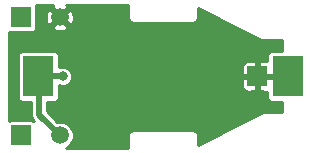
<source format=gbr>
%TF.GenerationSoftware,KiCad,Pcbnew,(5.1.6)-1*%
%TF.CreationDate,2022-09-21T11:03:18-04:00*%
%TF.ProjectId,Amiga-CR1220,416d6967-612d-4435-9231-3232302e6b69,rev?*%
%TF.SameCoordinates,Original*%
%TF.FileFunction,Copper,L1,Top*%
%TF.FilePolarity,Positive*%
%FSLAX46Y46*%
G04 Gerber Fmt 4.6, Leading zero omitted, Abs format (unit mm)*
G04 Created by KiCad (PCBNEW (5.1.6)-1) date 2022-09-21 11:03:18*
%MOMM*%
%LPD*%
G01*
G04 APERTURE LIST*
%TA.AperFunction,SMDPad,CuDef*%
%ADD10R,2.600000X3.500000*%
%TD*%
%TA.AperFunction,ComponentPad*%
%ADD11R,1.700000X1.700000*%
%TD*%
%TA.AperFunction,SMDPad,CuDef*%
%ADD12C,1.500000*%
%TD*%
%TA.AperFunction,ViaPad*%
%ADD13C,0.800000*%
%TD*%
%TA.AperFunction,Conductor*%
%ADD14C,0.500000*%
%TD*%
%TA.AperFunction,Conductor*%
%ADD15C,0.254000*%
%TD*%
G04 APERTURE END LIST*
D10*
%TO.P,U1,1*%
%TO.N,+3V0*%
X149950000Y-117000000D03*
%TO.P,U1,2*%
%TO.N,GND*%
X171050000Y-117000000D03*
%TD*%
D11*
%TO.P,J1,1*%
%TO.N,Net-(J1-Pad1)*%
X148500000Y-112000000D03*
%TD*%
%TO.P,J3,1*%
%TO.N,GND*%
X168500000Y-117000000D03*
%TD*%
D12*
%TO.P,3V,1*%
%TO.N,+3V0*%
X151750000Y-122000000D03*
%TD*%
%TO.P,GND,1*%
%TO.N,GND*%
X151750000Y-112000000D03*
%TD*%
D11*
%TO.P,J2,1*%
%TO.N,Net-(J1-Pad1)*%
X148500000Y-122000000D03*
%TD*%
D13*
%TO.N,+3V0*%
X152000000Y-117000000D03*
%TD*%
D14*
%TO.N,+3V0*%
X149950000Y-117000000D02*
X152000000Y-117000000D01*
X151750000Y-122000000D02*
X150000000Y-120250000D01*
X150000000Y-117050000D02*
X149950000Y-117000000D01*
X150000000Y-120250000D02*
X150000000Y-117050000D01*
%TD*%
D15*
%TO.N,GND*%
G36*
X151161595Y-110974064D02*
G01*
X151084313Y-111154708D01*
X151750000Y-111820395D01*
X152415687Y-111154708D01*
X152338405Y-110974064D01*
X152289335Y-110952000D01*
X157548000Y-110952000D01*
X157548001Y-111977785D01*
X157545813Y-112000000D01*
X157554540Y-112088607D01*
X157580386Y-112173810D01*
X157622357Y-112252333D01*
X157678841Y-112321159D01*
X157747667Y-112377643D01*
X157826190Y-112419614D01*
X157911393Y-112445460D01*
X157977795Y-112452000D01*
X158000000Y-112454187D01*
X158022205Y-112452000D01*
X162977795Y-112452000D01*
X163000000Y-112454187D01*
X163022205Y-112452000D01*
X163088607Y-112445460D01*
X163173810Y-112419614D01*
X163252333Y-112377643D01*
X163321159Y-112321159D01*
X163377643Y-112252333D01*
X163419614Y-112173810D01*
X163445460Y-112088607D01*
X163454187Y-112000000D01*
X163452000Y-111977795D01*
X163452000Y-111231351D01*
X168792341Y-113901521D01*
X168826190Y-113919614D01*
X168853446Y-113927882D01*
X168880036Y-113938057D01*
X168895943Y-113940773D01*
X168911393Y-113945460D01*
X168939739Y-113948252D01*
X168967803Y-113953044D01*
X169006136Y-113952000D01*
X170548001Y-113952000D01*
X170548000Y-114822480D01*
X169750000Y-114820934D01*
X169666293Y-114829178D01*
X169585804Y-114853595D01*
X169511624Y-114893245D01*
X169446605Y-114946605D01*
X169393245Y-115011624D01*
X169353595Y-115085804D01*
X169329178Y-115166293D01*
X169320934Y-115250000D01*
X169321576Y-115721029D01*
X168733750Y-115723000D01*
X168627000Y-115829750D01*
X168627000Y-116873000D01*
X170923000Y-116873000D01*
X170923000Y-116853000D01*
X171177000Y-116853000D01*
X171177000Y-116873000D01*
X171197000Y-116873000D01*
X171197000Y-117127000D01*
X171177000Y-117127000D01*
X171177000Y-117147000D01*
X170923000Y-117147000D01*
X170923000Y-117127000D01*
X168627000Y-117127000D01*
X168627000Y-118170250D01*
X168733750Y-118277000D01*
X169321576Y-118278971D01*
X169320934Y-118750000D01*
X169329178Y-118833707D01*
X169353595Y-118914196D01*
X169393245Y-118988376D01*
X169446605Y-119053395D01*
X169511624Y-119106755D01*
X169585804Y-119146405D01*
X169666293Y-119170822D01*
X169750000Y-119179066D01*
X170548000Y-119177520D01*
X170548001Y-120048000D01*
X169006136Y-120048000D01*
X168967803Y-120046956D01*
X168939739Y-120051748D01*
X168911393Y-120054540D01*
X168895943Y-120059227D01*
X168880036Y-120061943D01*
X168853446Y-120072118D01*
X168826190Y-120080386D01*
X168792341Y-120098479D01*
X163452000Y-122768649D01*
X163452000Y-122022205D01*
X163454187Y-122000000D01*
X163445460Y-121911393D01*
X163419614Y-121826190D01*
X163377643Y-121747667D01*
X163321159Y-121678841D01*
X163252333Y-121622357D01*
X163173810Y-121580386D01*
X163088607Y-121554540D01*
X163022205Y-121548000D01*
X163000000Y-121545813D01*
X162977795Y-121548000D01*
X158022205Y-121548000D01*
X158000000Y-121545813D01*
X157977795Y-121548000D01*
X157911393Y-121554540D01*
X157826190Y-121580386D01*
X157747667Y-121622357D01*
X157678841Y-121678841D01*
X157622357Y-121747667D01*
X157580386Y-121826190D01*
X157554540Y-121911393D01*
X157545813Y-122000000D01*
X157548001Y-122022215D01*
X157548000Y-123048000D01*
X152295554Y-123048000D01*
X152307519Y-123043044D01*
X152500294Y-122914236D01*
X152664236Y-122750294D01*
X152793044Y-122557519D01*
X152881769Y-122343318D01*
X152927000Y-122115924D01*
X152927000Y-121884076D01*
X152881769Y-121656682D01*
X152793044Y-121442481D01*
X152664236Y-121249706D01*
X152500294Y-121085764D01*
X152307519Y-120956956D01*
X152093318Y-120868231D01*
X151865924Y-120823000D01*
X151634076Y-120823000D01*
X151547620Y-120840197D01*
X150677000Y-119969578D01*
X150677000Y-119179066D01*
X151250000Y-119179066D01*
X151333707Y-119170822D01*
X151414196Y-119146405D01*
X151488376Y-119106755D01*
X151553395Y-119053395D01*
X151606755Y-118988376D01*
X151646405Y-118914196D01*
X151670822Y-118833707D01*
X151679066Y-118750000D01*
X151679066Y-117850000D01*
X167220934Y-117850000D01*
X167229178Y-117933707D01*
X167253595Y-118014196D01*
X167293245Y-118088376D01*
X167346605Y-118153395D01*
X167411624Y-118206755D01*
X167485804Y-118246405D01*
X167566293Y-118270822D01*
X167650000Y-118279066D01*
X168266250Y-118277000D01*
X168373000Y-118170250D01*
X168373000Y-117127000D01*
X167329750Y-117127000D01*
X167223000Y-117233750D01*
X167220934Y-117850000D01*
X151679066Y-117850000D01*
X151679066Y-117762202D01*
X151758773Y-117795218D01*
X151918548Y-117827000D01*
X152081452Y-117827000D01*
X152241227Y-117795218D01*
X152391731Y-117732877D01*
X152527181Y-117642372D01*
X152642372Y-117527181D01*
X152732877Y-117391731D01*
X152795218Y-117241227D01*
X152827000Y-117081452D01*
X152827000Y-116918548D01*
X152795218Y-116758773D01*
X152732877Y-116608269D01*
X152642372Y-116472819D01*
X152527181Y-116357628D01*
X152391731Y-116267123D01*
X152241227Y-116204782D01*
X152081452Y-116173000D01*
X151918548Y-116173000D01*
X151758773Y-116204782D01*
X151679066Y-116237798D01*
X151679066Y-116150000D01*
X167220934Y-116150000D01*
X167223000Y-116766250D01*
X167329750Y-116873000D01*
X168373000Y-116873000D01*
X168373000Y-115829750D01*
X168266250Y-115723000D01*
X167650000Y-115720934D01*
X167566293Y-115729178D01*
X167485804Y-115753595D01*
X167411624Y-115793245D01*
X167346605Y-115846605D01*
X167293245Y-115911624D01*
X167253595Y-115985804D01*
X167229178Y-116066293D01*
X167220934Y-116150000D01*
X151679066Y-116150000D01*
X151679066Y-115250000D01*
X151670822Y-115166293D01*
X151646405Y-115085804D01*
X151606755Y-115011624D01*
X151553395Y-114946605D01*
X151488376Y-114893245D01*
X151414196Y-114853595D01*
X151333707Y-114829178D01*
X151250000Y-114820934D01*
X148650000Y-114820934D01*
X148566293Y-114829178D01*
X148485804Y-114853595D01*
X148411624Y-114893245D01*
X148346605Y-114946605D01*
X148293245Y-115011624D01*
X148253595Y-115085804D01*
X148229178Y-115166293D01*
X148220934Y-115250000D01*
X148220934Y-118750000D01*
X148229178Y-118833707D01*
X148253595Y-118914196D01*
X148293245Y-118988376D01*
X148346605Y-119053395D01*
X148411624Y-119106755D01*
X148485804Y-119146405D01*
X148566293Y-119170822D01*
X148650000Y-119179066D01*
X149323000Y-119179066D01*
X149323000Y-120216755D01*
X149319726Y-120250000D01*
X149323000Y-120283245D01*
X149323000Y-120283251D01*
X149332796Y-120382714D01*
X149371508Y-120510329D01*
X149434372Y-120627940D01*
X149518973Y-120731026D01*
X149544800Y-120752222D01*
X149582891Y-120790313D01*
X149514196Y-120753595D01*
X149433707Y-120729178D01*
X149350000Y-120720934D01*
X147650000Y-120720934D01*
X147566293Y-120729178D01*
X147485804Y-120753595D01*
X147452000Y-120771664D01*
X147452000Y-113228336D01*
X147485804Y-113246405D01*
X147566293Y-113270822D01*
X147650000Y-113279066D01*
X149350000Y-113279066D01*
X149433707Y-113270822D01*
X149514196Y-113246405D01*
X149588376Y-113206755D01*
X149653395Y-113153395D01*
X149706755Y-113088376D01*
X149746405Y-113014196D01*
X149770822Y-112933707D01*
X149779066Y-112850000D01*
X149779066Y-112845292D01*
X151084313Y-112845292D01*
X151161595Y-113025936D01*
X151373051Y-113121015D01*
X151598992Y-113173014D01*
X151830738Y-113179936D01*
X152059380Y-113141512D01*
X152276133Y-113059221D01*
X152338405Y-113025936D01*
X152415687Y-112845292D01*
X151750000Y-112179605D01*
X151084313Y-112845292D01*
X149779066Y-112845292D01*
X149779066Y-112080738D01*
X150570064Y-112080738D01*
X150608488Y-112309380D01*
X150690779Y-112526133D01*
X150724064Y-112588405D01*
X150904708Y-112665687D01*
X151570395Y-112000000D01*
X151929605Y-112000000D01*
X152595292Y-112665687D01*
X152775936Y-112588405D01*
X152871015Y-112376949D01*
X152923014Y-112151008D01*
X152929936Y-111919262D01*
X152891512Y-111690620D01*
X152809221Y-111473867D01*
X152775936Y-111411595D01*
X152595292Y-111334313D01*
X151929605Y-112000000D01*
X151570395Y-112000000D01*
X150904708Y-111334313D01*
X150724064Y-111411595D01*
X150628985Y-111623051D01*
X150576986Y-111848992D01*
X150570064Y-112080738D01*
X149779066Y-112080738D01*
X149779066Y-111150000D01*
X149770822Y-111066293D01*
X149746405Y-110985804D01*
X149728336Y-110952000D01*
X151202874Y-110952000D01*
X151161595Y-110974064D01*
G37*
X151161595Y-110974064D02*
X151084313Y-111154708D01*
X151750000Y-111820395D01*
X152415687Y-111154708D01*
X152338405Y-110974064D01*
X152289335Y-110952000D01*
X157548000Y-110952000D01*
X157548001Y-111977785D01*
X157545813Y-112000000D01*
X157554540Y-112088607D01*
X157580386Y-112173810D01*
X157622357Y-112252333D01*
X157678841Y-112321159D01*
X157747667Y-112377643D01*
X157826190Y-112419614D01*
X157911393Y-112445460D01*
X157977795Y-112452000D01*
X158000000Y-112454187D01*
X158022205Y-112452000D01*
X162977795Y-112452000D01*
X163000000Y-112454187D01*
X163022205Y-112452000D01*
X163088607Y-112445460D01*
X163173810Y-112419614D01*
X163252333Y-112377643D01*
X163321159Y-112321159D01*
X163377643Y-112252333D01*
X163419614Y-112173810D01*
X163445460Y-112088607D01*
X163454187Y-112000000D01*
X163452000Y-111977795D01*
X163452000Y-111231351D01*
X168792341Y-113901521D01*
X168826190Y-113919614D01*
X168853446Y-113927882D01*
X168880036Y-113938057D01*
X168895943Y-113940773D01*
X168911393Y-113945460D01*
X168939739Y-113948252D01*
X168967803Y-113953044D01*
X169006136Y-113952000D01*
X170548001Y-113952000D01*
X170548000Y-114822480D01*
X169750000Y-114820934D01*
X169666293Y-114829178D01*
X169585804Y-114853595D01*
X169511624Y-114893245D01*
X169446605Y-114946605D01*
X169393245Y-115011624D01*
X169353595Y-115085804D01*
X169329178Y-115166293D01*
X169320934Y-115250000D01*
X169321576Y-115721029D01*
X168733750Y-115723000D01*
X168627000Y-115829750D01*
X168627000Y-116873000D01*
X170923000Y-116873000D01*
X170923000Y-116853000D01*
X171177000Y-116853000D01*
X171177000Y-116873000D01*
X171197000Y-116873000D01*
X171197000Y-117127000D01*
X171177000Y-117127000D01*
X171177000Y-117147000D01*
X170923000Y-117147000D01*
X170923000Y-117127000D01*
X168627000Y-117127000D01*
X168627000Y-118170250D01*
X168733750Y-118277000D01*
X169321576Y-118278971D01*
X169320934Y-118750000D01*
X169329178Y-118833707D01*
X169353595Y-118914196D01*
X169393245Y-118988376D01*
X169446605Y-119053395D01*
X169511624Y-119106755D01*
X169585804Y-119146405D01*
X169666293Y-119170822D01*
X169750000Y-119179066D01*
X170548000Y-119177520D01*
X170548001Y-120048000D01*
X169006136Y-120048000D01*
X168967803Y-120046956D01*
X168939739Y-120051748D01*
X168911393Y-120054540D01*
X168895943Y-120059227D01*
X168880036Y-120061943D01*
X168853446Y-120072118D01*
X168826190Y-120080386D01*
X168792341Y-120098479D01*
X163452000Y-122768649D01*
X163452000Y-122022205D01*
X163454187Y-122000000D01*
X163445460Y-121911393D01*
X163419614Y-121826190D01*
X163377643Y-121747667D01*
X163321159Y-121678841D01*
X163252333Y-121622357D01*
X163173810Y-121580386D01*
X163088607Y-121554540D01*
X163022205Y-121548000D01*
X163000000Y-121545813D01*
X162977795Y-121548000D01*
X158022205Y-121548000D01*
X158000000Y-121545813D01*
X157977795Y-121548000D01*
X157911393Y-121554540D01*
X157826190Y-121580386D01*
X157747667Y-121622357D01*
X157678841Y-121678841D01*
X157622357Y-121747667D01*
X157580386Y-121826190D01*
X157554540Y-121911393D01*
X157545813Y-122000000D01*
X157548001Y-122022215D01*
X157548000Y-123048000D01*
X152295554Y-123048000D01*
X152307519Y-123043044D01*
X152500294Y-122914236D01*
X152664236Y-122750294D01*
X152793044Y-122557519D01*
X152881769Y-122343318D01*
X152927000Y-122115924D01*
X152927000Y-121884076D01*
X152881769Y-121656682D01*
X152793044Y-121442481D01*
X152664236Y-121249706D01*
X152500294Y-121085764D01*
X152307519Y-120956956D01*
X152093318Y-120868231D01*
X151865924Y-120823000D01*
X151634076Y-120823000D01*
X151547620Y-120840197D01*
X150677000Y-119969578D01*
X150677000Y-119179066D01*
X151250000Y-119179066D01*
X151333707Y-119170822D01*
X151414196Y-119146405D01*
X151488376Y-119106755D01*
X151553395Y-119053395D01*
X151606755Y-118988376D01*
X151646405Y-118914196D01*
X151670822Y-118833707D01*
X151679066Y-118750000D01*
X151679066Y-117850000D01*
X167220934Y-117850000D01*
X167229178Y-117933707D01*
X167253595Y-118014196D01*
X167293245Y-118088376D01*
X167346605Y-118153395D01*
X167411624Y-118206755D01*
X167485804Y-118246405D01*
X167566293Y-118270822D01*
X167650000Y-118279066D01*
X168266250Y-118277000D01*
X168373000Y-118170250D01*
X168373000Y-117127000D01*
X167329750Y-117127000D01*
X167223000Y-117233750D01*
X167220934Y-117850000D01*
X151679066Y-117850000D01*
X151679066Y-117762202D01*
X151758773Y-117795218D01*
X151918548Y-117827000D01*
X152081452Y-117827000D01*
X152241227Y-117795218D01*
X152391731Y-117732877D01*
X152527181Y-117642372D01*
X152642372Y-117527181D01*
X152732877Y-117391731D01*
X152795218Y-117241227D01*
X152827000Y-117081452D01*
X152827000Y-116918548D01*
X152795218Y-116758773D01*
X152732877Y-116608269D01*
X152642372Y-116472819D01*
X152527181Y-116357628D01*
X152391731Y-116267123D01*
X152241227Y-116204782D01*
X152081452Y-116173000D01*
X151918548Y-116173000D01*
X151758773Y-116204782D01*
X151679066Y-116237798D01*
X151679066Y-116150000D01*
X167220934Y-116150000D01*
X167223000Y-116766250D01*
X167329750Y-116873000D01*
X168373000Y-116873000D01*
X168373000Y-115829750D01*
X168266250Y-115723000D01*
X167650000Y-115720934D01*
X167566293Y-115729178D01*
X167485804Y-115753595D01*
X167411624Y-115793245D01*
X167346605Y-115846605D01*
X167293245Y-115911624D01*
X167253595Y-115985804D01*
X167229178Y-116066293D01*
X167220934Y-116150000D01*
X151679066Y-116150000D01*
X151679066Y-115250000D01*
X151670822Y-115166293D01*
X151646405Y-115085804D01*
X151606755Y-115011624D01*
X151553395Y-114946605D01*
X151488376Y-114893245D01*
X151414196Y-114853595D01*
X151333707Y-114829178D01*
X151250000Y-114820934D01*
X148650000Y-114820934D01*
X148566293Y-114829178D01*
X148485804Y-114853595D01*
X148411624Y-114893245D01*
X148346605Y-114946605D01*
X148293245Y-115011624D01*
X148253595Y-115085804D01*
X148229178Y-115166293D01*
X148220934Y-115250000D01*
X148220934Y-118750000D01*
X148229178Y-118833707D01*
X148253595Y-118914196D01*
X148293245Y-118988376D01*
X148346605Y-119053395D01*
X148411624Y-119106755D01*
X148485804Y-119146405D01*
X148566293Y-119170822D01*
X148650000Y-119179066D01*
X149323000Y-119179066D01*
X149323000Y-120216755D01*
X149319726Y-120250000D01*
X149323000Y-120283245D01*
X149323000Y-120283251D01*
X149332796Y-120382714D01*
X149371508Y-120510329D01*
X149434372Y-120627940D01*
X149518973Y-120731026D01*
X149544800Y-120752222D01*
X149582891Y-120790313D01*
X149514196Y-120753595D01*
X149433707Y-120729178D01*
X149350000Y-120720934D01*
X147650000Y-120720934D01*
X147566293Y-120729178D01*
X147485804Y-120753595D01*
X147452000Y-120771664D01*
X147452000Y-113228336D01*
X147485804Y-113246405D01*
X147566293Y-113270822D01*
X147650000Y-113279066D01*
X149350000Y-113279066D01*
X149433707Y-113270822D01*
X149514196Y-113246405D01*
X149588376Y-113206755D01*
X149653395Y-113153395D01*
X149706755Y-113088376D01*
X149746405Y-113014196D01*
X149770822Y-112933707D01*
X149779066Y-112850000D01*
X149779066Y-112845292D01*
X151084313Y-112845292D01*
X151161595Y-113025936D01*
X151373051Y-113121015D01*
X151598992Y-113173014D01*
X151830738Y-113179936D01*
X152059380Y-113141512D01*
X152276133Y-113059221D01*
X152338405Y-113025936D01*
X152415687Y-112845292D01*
X151750000Y-112179605D01*
X151084313Y-112845292D01*
X149779066Y-112845292D01*
X149779066Y-112080738D01*
X150570064Y-112080738D01*
X150608488Y-112309380D01*
X150690779Y-112526133D01*
X150724064Y-112588405D01*
X150904708Y-112665687D01*
X151570395Y-112000000D01*
X151929605Y-112000000D01*
X152595292Y-112665687D01*
X152775936Y-112588405D01*
X152871015Y-112376949D01*
X152923014Y-112151008D01*
X152929936Y-111919262D01*
X152891512Y-111690620D01*
X152809221Y-111473867D01*
X152775936Y-111411595D01*
X152595292Y-111334313D01*
X151929605Y-112000000D01*
X151570395Y-112000000D01*
X150904708Y-111334313D01*
X150724064Y-111411595D01*
X150628985Y-111623051D01*
X150576986Y-111848992D01*
X150570064Y-112080738D01*
X149779066Y-112080738D01*
X149779066Y-111150000D01*
X149770822Y-111066293D01*
X149746405Y-110985804D01*
X149728336Y-110952000D01*
X151202874Y-110952000D01*
X151161595Y-110974064D01*
%TD*%
M02*

</source>
